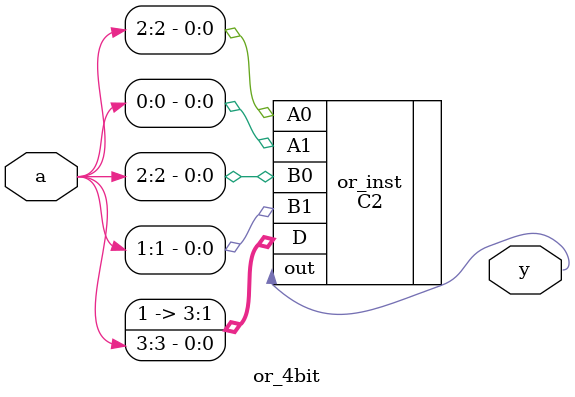
<source format=v>
module And_not
(
    input a, 
    input b,
    output y
);
    C2 inv_and_inst (
        .A0(b),
        .A1(a),
        .B0(b),
        .B1(a),
        .D({1'b0, 1'b1, 1'b0, 1'b0}),
        .out(y)
    );
endmodule

module Not(
    input a,
    output b
);
    C1 not_inst (
           .A0(1'b1),
           .A1(1'b1),
           .SA(1'b1),
           .B0(1'b0),
           .B1(1'b0),
           .SB(1'b0),
           .S0(a),
           .S1(a),
           .F(b)
    );
endmodule

module And
(
    input a, b,
    output y
);
    C1 and_inst (
        .A0(1'b0),
        .A1(b),
        .SA(a),
        .B0(1'b0),
        .B1(1'b0),
        .SB(1'b0),
        .S0(1'b0),
        .S1(1'b0),
        .F(y)
    );
endmodule

module nor_try_state (
    input en,
    input a,
    input b,
    output c
);
    wire temp_out;

    C2 nor_logic(
        .A0(en),
        .A1(a),
        .B0(en),
        .B1(b),
        .D({1'b0, 1'b0, 1'b1, 1'b0}),
        .out(c)
    );
endmodule

module Or
(
    input a, b,
    output y
);
    C1 or_inst (
        .A0(1'b0),
        .A1(1'b0),
        .SA(1'b0),
        .B0(1'b1),
        .B1(1'b1),
        .SB(1'b1),
        .S0(a),
        .S1(b),
        .F(y)
    );
endmodule

module or_4bit
(
    input [3:0] a,
    output y
);
    C2 or_inst (
        .A0(a[2]),
        .A1(a[0]),
        .B0(a[2]),
        .B1(a[1]),
        .D({1'b1 , 1'b1, 1'b1, a[3]}),
        .out(y)
    );
endmodule
</source>
